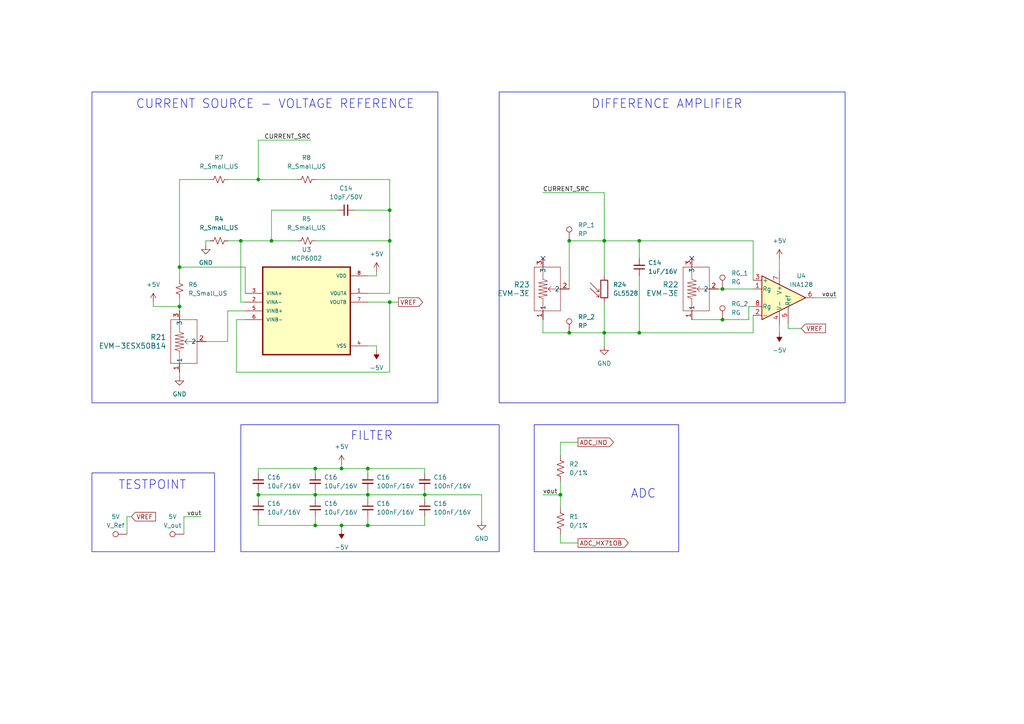
<source format=kicad_sch>
(kicad_sch (version 20230121) (generator eeschema)
  (paper "A4")
  (title_block (title "MEASURE") (date "2023-12-10"))
  (lib_symbols
    (symbol "Amplifier_Instrumentation:INA128" (pin_names (offset 0.127))
      (property "Reference" "U" (at 3.81 3.175 0))
      (property "Value" "INA128" (at 3.81 -3.175 0))
      (symbol "INA128_0_1"
        (polyline (pts (xy 7.62 0) (xy -5.08 6.35) (xy -5.08 -6.35) (xy 7.62 0)) (stroke (width 0.254)) (fill (type background)))
      )
      (symbol "INA128_1_1"
        (pin passive line (at -7.62 2.54 0) (length 2.54) (name "Rg") (number "1"))
        (pin input line (at -7.62 -5.08 0) (length 2.54) (name "-") (number "2"))
        (pin input line (at -7.62 5.08 0) (length 2.54) (name "+") (number "3"))
        (pin power_in line (at 0 -7.62 90) (length 3.81) (name "V-") (number "4"))
        (pin input line (at 2.54 -7.62 90) (length 5.08) (name "Ref") (number "5"))
        (pin output line (at 10.16 0 180) (length 2.54) (name "~") (number "6"))
        (pin power_in line (at 0 7.62 270) (length 3.81) (name "V+") (number "7"))
        (pin passive line (at -7.62 -2.54 0) (length 2.54) (name "Rg") (number "8"))
      )
    )
    (symbol "Connector:TestPoint" (pin_numbers hide) (pin_names (offset 0.762) hide)
      (property "Reference" "TP" (at 0 6.858 0))
      (property "Value" "TestPoint" (at 0 5.08 0))
      (symbol "TestPoint_0_1"
        (circle (center 0 3.302) (radius 0.762))
      )
      (symbol "TestPoint_1_1"
        (pin passive line (at 0 0 90) (length 2.54) (name "1") (number "1"))
      )
    )
    (symbol "Device:C_Small" (pin_numbers hide) (pin_names (offset 0.254) hide)
      (property "Reference" "C" (at 0.254 1.778 0))
      (property "Value" "C_Small" (at 0.254 -2.032 0))
      (symbol "C_Small_0_1"
        (polyline (pts (xy -1.524 -0.508) (xy 1.524 -0.508)) (stroke (width 0.3302)))
        (polyline (pts (xy -1.524 0.508) (xy 1.524 0.508)) (stroke (width 0.3048)))
      )
      (symbol "C_Small_1_1"
        (pin passive line (at 0 2.54 270) (length 2.032) (name "~") (number "1"))
        (pin passive line (at 0 -2.54 90) (length 2.032) (name "~") (number "2"))
      )
    )
    (symbol "Device:R_Small_US" (pin_numbers hide) (pin_names (offset 0.254) hide)
      (property "Reference" "R" (at 0.762 0.508 0))
      (property "Value" "R_Small_US" (at 0.762 -1.016 0))
      (symbol "R_Small_US_1_1"
        (polyline (pts (xy 0 0) (xy 1.016 -0.381) (xy 0 -0.762) (xy -1.016 -1.143) (xy 0 -1.524)))
        (polyline (pts (xy 0 1.524) (xy 1.016 1.143) (xy 0 0.762) (xy -1.016 0.381) (xy 0 0)))
        (pin passive line (at 0 2.54 270) (length 1.016) (name "~") (number "1"))
        (pin passive line (at 0 -2.54 90) (length 1.016) (name "~") (number "2"))
      )
    )
    (symbol "Device:R_US" (pin_numbers hide) (pin_names (offset 0))
      (property "Reference" "R" (at 2.54 0 90))
      (property "Value" "R_US" (at -2.54 0 90))
      (symbol "R_US_0_1"
        (polyline (pts (xy 0 -2.286) (xy 0 -2.54)))
        (polyline (pts (xy 0 2.286) (xy 0 2.54)))
        (polyline (pts (xy 0 -0.762) (xy 1.016 -1.143) (xy 0 -1.524) (xy -1.016 -1.905) (xy 0 -2.286)))
        (polyline (pts (xy 0 0.762) (xy 1.016 0.381) (xy 0 0) (xy -1.016 -0.381) (xy 0 -0.762)))
        (polyline (pts (xy 0 2.286) (xy 1.016 1.905) (xy 0 1.524) (xy -1.016 1.143) (xy 0 0.762)))
      )
      (symbol "R_US_1_1"
        (pin passive line (at 0 3.81 270) (length 1.27) (name "~") (number "1"))
        (pin passive line (at 0 -3.81 90) (length 1.27) (name "~") (number "2"))
      )
    )
    (symbol "EVM-3ESX50B14:EVM-3ESX50B14" (pin_names (offset 0.254))
      (property "Reference" "R" (at 20.32 10.16 0))
      (property "Value" "EVM-3ESX50B14" (at 20.32 7.62 0))
      (symbol "EVM-3ESX50B14_0_1"
        (polyline (pts (xy 13.97 -5.08) (xy 26.67 -5.08)) (stroke (width 0.127)))
        (polyline (pts (xy 13.97 0) (xy 17.526 0)) (stroke (width 0.127)))
        (polyline (pts (xy 13.97 2.54) (xy 13.97 -5.08)) (stroke (width 0.127)))
        (polyline (pts (xy 17.526 0) (xy 18.034 1.27)) (stroke (width 0.127)))
        (polyline (pts (xy 18.034 1.27) (xy 18.542 -1.27)) (stroke (width 0.127)))
        (polyline (pts (xy 18.542 -1.27) (xy 19.05 1.27)) (stroke (width 0.127)))
        (polyline (pts (xy 19.05 1.27) (xy 19.558 -1.27)) (stroke (width 0.127)))
        (polyline (pts (xy 19.558 -1.27) (xy 20.066 1.27)) (stroke (width 0.127)))
        (polyline (pts (xy 20.066 1.27) (xy 20.574 -1.27)) (stroke (width 0.127)))
        (polyline (pts (xy 20.32 -1.524) (xy 19.558 -2.286)) (stroke (width 0.127)))
        (polyline (pts (xy 20.32 -1.524) (xy 20.32 -5.08)) (stroke (width 0.127)))
        (polyline (pts (xy 20.32 -1.524) (xy 21.082 -2.286)) (stroke (width 0.127)))
        (polyline (pts (xy 20.574 -1.27) (xy 21.082 1.27)) (stroke (width 0.127)))
        (polyline (pts (xy 21.082 1.27) (xy 21.59 -1.27)) (stroke (width 0.127)))
        (polyline (pts (xy 21.59 -1.27) (xy 22.098 1.27)) (stroke (width 0.127)))
        (polyline (pts (xy 22.098 1.27) (xy 22.606 -1.27)) (stroke (width 0.127)))
        (polyline (pts (xy 22.606 -1.27) (xy 23.114 0)) (stroke (width 0.127)))
        (polyline (pts (xy 23.114 0) (xy 26.67 0)) (stroke (width 0.127)))
        (polyline (pts (xy 26.67 -5.08) (xy 26.67 2.54)) (stroke (width 0.127)))
        (polyline (pts (xy 26.67 2.54) (xy 13.97 2.54)) (stroke (width 0.127)))
      )
      (symbol "EVM-3ESX50B14_1_1"
        (pin unspecified line (at 11.43 0 0) (length 2.54) (name "1") (number "1"))
        (pin unspecified line (at 20.32 -7.62 90) (length 2.54) (name "2") (number "2"))
        (pin unspecified line (at 29.21 0 180) (length 2.54) (name "3") (number "3"))
      )
    )
    (symbol "EVM-3ESX50B14_1" (pin_names (offset 0.254))
      (property "Reference" "R21" (at 21.59 3.81 90))
      (property "Value" "EVM-3ESX50B14" (at 19.05 3.81 90))
      (symbol "EVM-3ESX50B14_1_0_1"
        (polyline (pts (xy 13.97 -5.08) (xy 26.67 -5.08)) (stroke (width 0.127)))
        (polyline (pts (xy 13.97 0) (xy 17.526 0)) (stroke (width 0.127)))
        (polyline (pts (xy 13.97 2.54) (xy 13.97 -5.08)) (stroke (width 0.127)))
        (polyline (pts (xy 17.526 0) (xy 18.034 1.27)) (stroke (width 0.127)))
        (polyline (pts (xy 18.034 1.27) (xy 18.542 -1.27)) (stroke (width 0.127)))
        (polyline (pts (xy 18.542 -1.27) (xy 19.05 1.27)) (stroke (width 0.127)))
        (polyline (pts (xy 19.05 1.27) (xy 19.558 -1.27)) (stroke (width 0.127)))
        (polyline (pts (xy 19.558 -1.27) (xy 20.066 1.27)) (stroke (width 0.127)))
        (polyline (pts (xy 20.066 1.27) (xy 20.574 -1.27)) (stroke (width 0.127)))
        (polyline (pts (xy 20.32 -1.524) (xy 19.558 -2.286)) (stroke (width 0.127)))
        (polyline (pts (xy 20.32 -1.524) (xy 20.32 -5.08)) (stroke (width 0.127)))
        (polyline (pts (xy 20.32 -1.524) (xy 21.082 -2.286)) (stroke (width 0.127)))
        (polyline (pts (xy 20.574 -1.27) (xy 21.082 1.27)) (stroke (width 0.127)))
        (polyline (pts (xy 21.082 1.27) (xy 21.59 -1.27)) (stroke (width 0.127)))
        (polyline (pts (xy 21.59 -1.27) (xy 22.098 1.27)) (stroke (width 0.127)))
        (polyline (pts (xy 22.098 1.27) (xy 22.606 -1.27)) (stroke (width 0.127)))
        (polyline (pts (xy 22.606 -1.27) (xy 23.114 0)) (stroke (width 0.127)))
        (polyline (pts (xy 23.114 0) (xy 26.67 0)) (stroke (width 0.127)))
        (polyline (pts (xy 26.67 -5.08) (xy 26.67 2.54)) (stroke (width 0.127)))
        (polyline (pts (xy 26.67 2.54) (xy 13.97 2.54)) (stroke (width 0.127)))
      )
      (symbol "EVM-3ESX50B14_1_1_1"
        (pin unspecified line (at 11.43 0 0) (length 2.54) (name "1") (number "1"))
        (pin unspecified line (at 20.32 -7.62 90) (length 2.54) (name "2") (number "2"))
        (pin unspecified line (at 29.21 0 180) (length 2.54) (name "3") (number "3"))
      )
    )
    (symbol "MCP6002:MCP6002" (pin_names (offset 1.016))
      (property "Reference" "U" (at -12.7 13.7 0))
      (property "Value" "MCP6002" (at -12.7 -16.7 0))
      (symbol "MCP6002_0_0"
        (rectangle (start -12.7 -12.7) (end 12.7 12.7) (stroke (width 0.41)) (fill (type background)))
        (pin output line (at 17.78 5.08 180) (length 5.08) (name "VOUTA") (number "1"))
        (pin input line (at -17.78 2.54 0) (length 5.08) (name "VINA-") (number "2"))
        (pin input line (at -17.78 5.08 0) (length 5.08) (name "VINA+") (number "3"))
        (pin power_in line (at 17.78 -10.16 180) (length 5.08) (name "VSS") (number "4"))
        (pin input line (at -17.78 0 0) (length 5.08) (name "VINB+") (number "5"))
        (pin input line (at -17.78 -2.54 0) (length 5.08) (name "VINB-") (number "6"))
        (pin output line (at 17.78 2.54 180) (length 5.08) (name "VOUTB") (number "7"))
        (pin power_in line (at 17.78 10.16 180) (length 5.08) (name "VDD") (number "8"))
      )
    )
    (symbol "Sensor_Optical:A9013" (pin_numbers hide) (pin_names (offset 0))
      (property "Reference" "R" (at -5.08 0 90))
      (property "Value" "A9013" (at 1.905 0 90))
      (symbol "A9013_0_1"
        (rectangle (start -1.016 2.54) (end 1.016 -2.54) (stroke (width 0.254)))
        (polyline (pts (xy -1.524 -2.286) (xy -4.064 0.254)))
        (polyline (pts (xy -1.524 -2.286) (xy -2.286 -2.286)))
        (polyline (pts (xy -1.524 -2.286) (xy -1.524 -1.524)))
        (polyline (pts (xy -1.524 -0.762) (xy -4.064 1.778)))
        (polyline (pts (xy -1.524 -0.762) (xy -2.286 -0.762)))
        (polyline (pts (xy -1.524 -0.762) (xy -1.524 0)))
      )
      (symbol "A9013_1_1"
        (pin passive line (at 0 3.81 270) (length 1.27) (name "~") (number "1"))
        (pin passive line (at 0 -3.81 90) (length 1.27) (name "~") (number "2"))
      )
    )
    (symbol "power:+5V" (power) (pin_names (offset 0))
      (property "Value" "+5V" (at 0 3.556 0))
      (symbol "+5V_0_1"
        (polyline (pts (xy -0.762 1.27) (xy 0 2.54)))
        (polyline (pts (xy 0 0) (xy 0 2.54)))
        (polyline (pts (xy 0 2.54) (xy 0.762 1.27)))
      )
      (symbol "+5V_1_1"
        (pin power_in line (at 0 0 90) (length 0) hide (name "+5V") (number "1"))
      )
    )
    (symbol "power:-5V" (power) (pin_names (offset 0))
      (property "Value" "-5V" (at 0 3.81 0))
      (symbol "-5V_0_0"
        (pin power_in line (at 0 0 90) (length 0) hide (name "-5V") (number "1"))
      )
      (symbol "-5V_0_1"
        (polyline (pts (xy 0 0) (xy 0 1.27) (xy 0.762 1.27) (xy 0 2.54) (xy -0.762 1.27) (xy 0 1.27)) (fill (type outline)))
      )
    )
    (symbol "power:GND" (power) (pin_names (offset 0))
      (property "Value" "GND" (at 0 -3.81 0))
      (symbol "GND_0_1"
        (polyline (pts (xy 0 0) (xy 0 -1.27) (xy 1.27 -1.27) (xy 0 -2.54) (xy -1.27 -1.27) (xy 0 -1.27)))
      )
      (symbol "GND_1_1"
        (pin power_in line (at 0 0 270) (length 0) hide (name "GND") (number "1"))
      )
    )
  )
  (junction (at 99.06 152.4))
  (junction (at 78.74 69.85))
  (junction (at 175.26 96.52))
  (junction (at 185.42 69.85))
  (junction (at 52.07 77.47))
  (junction (at 113.03 69.85))
  (junction (at 209.55 92.71))
  (junction (at 113.03 87.63))
  (junction (at 91.44 143.51))
  (junction (at 165.1 69.85))
  (junction (at 74.93 52.07))
  (junction (at 91.44 152.4))
  (junction (at 113.03 60.96))
  (junction (at 106.68 152.4))
  (junction (at 123.19 143.51))
  (junction (at 185.42 96.52))
  (junction (at 165.1 96.52))
  (junction (at 106.68 135.89))
  (junction (at 209.55 83.82))
  (junction (at 162.56 143.51))
  (junction (at 69.85 69.85))
  (junction (at 52.07 88.9))
  (junction (at 99.06 135.89))
  (junction (at 91.44 135.89))
  (junction (at 106.68 143.51))
  (junction (at 175.26 69.85))
  (junction (at 74.93 143.51))
  (no_connect (at 157.48 74.93))
  (no_connect (at 200.66 74.93))
  (wire (pts (xy 139.7 143.51) (xy 123.19 143.51)))
  (wire (pts (xy 91.44 135.89) (xy 91.44 137.16)))
  (wire (pts (xy 175.26 96.52) (xy 175.26 100.33)))
  (wire (pts (xy 113.03 60.96) (xy 113.03 69.85)))
  (wire (pts (xy 226.06 74.93) (xy 226.06 78.74)))
  (wire (pts (xy 69.85 69.85) (xy 78.74 69.85)))
  (wire (pts (xy 78.74 69.85) (xy 86.36 69.85)))
  (wire (pts (xy 200.66 92.71) (xy 209.55 92.71)))
  (wire (pts (xy 167.64 128.27) (xy 162.56 128.27)))
  (wire (pts (xy 59.69 99.06) (xy 66.04 99.06)))
  (wire (pts (xy 175.26 87.63) (xy 175.26 96.52)))
  (wire (pts (xy 74.93 143.51) (xy 74.93 144.78)))
  (wire (pts (xy 162.56 157.48) (xy 162.56 154.94)))
  (wire (pts (xy 74.93 40.64) (xy 74.93 52.07)))
  (wire (pts (xy 74.93 137.16) (xy 74.93 135.89)))
  (wire (pts (xy 109.22 78.74) (xy 109.22 80.01)))
  (wire (pts (xy 52.07 86.36) (xy 52.07 88.9)))
  (wire (pts (xy 157.48 96.52) (xy 165.1 96.52)))
  (wire (pts (xy 53.34 149.86) (xy 53.34 154.94)))
  (wire (pts (xy 113.03 52.07) (xy 113.03 60.96)))
  (wire (pts (xy 165.1 96.52) (xy 175.26 96.52)))
  (wire (pts (xy 69.85 69.85) (xy 69.85 87.63)))
  (wire (pts (xy 53.34 149.86) (xy 58.42 149.86)))
  (wire (pts (xy 242.57 86.36) (xy 236.22 86.36)))
  (wire (pts (xy 66.04 99.06) (xy 66.04 90.17)))
  (wire (pts (xy 218.44 96.52) (xy 218.44 91.44)))
  (wire (pts (xy 91.44 143.51) (xy 91.44 144.78)))
  (wire (pts (xy 185.42 96.52) (xy 218.44 96.52)))
  (wire (pts (xy 162.56 143.51) (xy 162.56 147.32)))
  (wire (pts (xy 66.04 90.17) (xy 71.12 90.17)))
  (wire (pts (xy 78.74 60.96) (xy 78.74 69.85)))
  (wire (pts (xy 226.06 93.98) (xy 226.06 96.52)))
  (wire (pts (xy 106.68 135.89) (xy 123.19 135.89)))
  (wire (pts (xy 52.07 107.95) (xy 52.07 109.22)))
  (wire (pts (xy 175.26 55.88) (xy 175.26 69.85)))
  (wire (pts (xy 91.44 142.24) (xy 91.44 143.51)))
  (wire (pts (xy 218.44 88.9) (xy 217.17 88.9)))
  (wire (pts (xy 175.26 69.85) (xy 185.42 69.85)))
  (wire (pts (xy 157.48 143.51) (xy 162.56 143.51)))
  (wire (pts (xy 74.93 152.4) (xy 91.44 152.4)))
  (wire (pts (xy 99.06 134.62) (xy 99.06 135.89)))
  (wire (pts (xy 157.48 55.88) (xy 175.26 55.88)))
  (wire (pts (xy 185.42 69.85) (xy 185.42 74.93)))
  (wire (pts (xy 106.68 143.51) (xy 106.68 144.78)))
  (wire (pts (xy 44.45 87.63) (xy 44.45 88.9)))
  (wire (pts (xy 109.22 100.33) (xy 106.68 100.33)))
  (wire (pts (xy 139.7 151.13) (xy 139.7 143.51)))
  (wire (pts (xy 106.68 152.4) (xy 123.19 152.4)))
  (wire (pts (xy 217.17 92.71) (xy 209.55 92.71)))
  (wire (pts (xy 165.1 69.85) (xy 165.1 83.82)))
  (wire (pts (xy 74.93 143.51) (xy 91.44 143.51)))
  (wire (pts (xy 71.12 87.63) (xy 69.85 87.63)))
  (wire (pts (xy 66.04 69.85) (xy 69.85 69.85)))
  (wire (pts (xy 52.07 88.9) (xy 52.07 90.17)))
  (wire (pts (xy 185.42 80.01) (xy 185.42 96.52)))
  (wire (pts (xy 217.17 88.9) (xy 217.17 92.71)))
  (wire (pts (xy 71.12 77.47) (xy 71.12 85.09)))
  (wire (pts (xy 113.03 69.85) (xy 113.03 85.09)))
  (wire (pts (xy 113.03 85.09) (xy 106.68 85.09)))
  (wire (pts (xy 109.22 80.01) (xy 106.68 80.01)))
  (wire (pts (xy 162.56 128.27) (xy 162.56 132.08)))
  (wire (pts (xy 36.83 149.86) (xy 36.83 154.94)))
  (wire (pts (xy 109.22 101.6) (xy 109.22 100.33)))
  (wire (pts (xy 74.93 135.89) (xy 91.44 135.89)))
  (wire (pts (xy 91.44 135.89) (xy 99.06 135.89)))
  (wire (pts (xy 228.6 95.25) (xy 232.41 95.25)))
  (wire (pts (xy 68.58 92.71) (xy 68.58 107.95)))
  (wire (pts (xy 74.93 52.07) (xy 86.36 52.07)))
  (wire (pts (xy 52.07 77.47) (xy 52.07 52.07)))
  (wire (pts (xy 113.03 107.95) (xy 113.03 87.63)))
  (wire (pts (xy 99.06 152.4) (xy 99.06 153.67)))
  (wire (pts (xy 218.44 69.85) (xy 218.44 81.28)))
  (wire (pts (xy 113.03 87.63) (xy 115.57 87.63)))
  (wire (pts (xy 106.68 87.63) (xy 113.03 87.63)))
  (wire (pts (xy 175.26 96.52) (xy 185.42 96.52)))
  (wire (pts (xy 102.87 60.96) (xy 113.03 60.96)))
  (wire (pts (xy 175.26 69.85) (xy 175.26 80.01)))
  (wire (pts (xy 59.69 69.85) (xy 60.96 69.85)))
  (wire (pts (xy 99.06 135.89) (xy 106.68 135.89)))
  (wire (pts (xy 91.44 69.85) (xy 113.03 69.85)))
  (wire (pts (xy 209.55 83.82) (xy 218.44 83.82)))
  (wire (pts (xy 123.19 135.89) (xy 123.19 137.16)))
  (wire (pts (xy 106.68 143.51) (xy 123.19 143.51)))
  (wire (pts (xy 91.44 149.86) (xy 91.44 152.4)))
  (wire (pts (xy 36.83 149.86) (xy 38.1 149.86)))
  (wire (pts (xy 157.48 92.71) (xy 157.48 96.52)))
  (wire (pts (xy 74.93 149.86) (xy 74.93 152.4)))
  (wire (pts (xy 167.64 157.48) (xy 162.56 157.48)))
  (wire (pts (xy 99.06 152.4) (xy 106.68 152.4)))
  (wire (pts (xy 59.69 69.85) (xy 59.69 71.12)))
  (wire (pts (xy 97.79 60.96) (xy 78.74 60.96)))
  (wire (pts (xy 91.44 52.07) (xy 113.03 52.07)))
  (wire (pts (xy 91.44 143.51) (xy 106.68 143.51)))
  (wire (pts (xy 52.07 77.47) (xy 71.12 77.47)))
  (wire (pts (xy 74.93 142.24) (xy 74.93 143.51)))
  (wire (pts (xy 52.07 77.47) (xy 52.07 81.28)))
  (wire (pts (xy 162.56 139.7) (xy 162.56 143.51)))
  (wire (pts (xy 71.12 92.71) (xy 68.58 92.71)))
  (wire (pts (xy 44.45 88.9) (xy 52.07 88.9)))
  (wire (pts (xy 208.28 83.82) (xy 209.55 83.82)))
  (wire (pts (xy 123.19 143.51) (xy 123.19 144.78)))
  (wire (pts (xy 106.68 149.86) (xy 106.68 152.4)))
  (wire (pts (xy 66.04 52.07) (xy 74.93 52.07)))
  (wire (pts (xy 52.07 52.07) (xy 60.96 52.07)))
  (wire (pts (xy 123.19 142.24) (xy 123.19 143.51)))
  (wire (pts (xy 123.19 152.4) (xy 123.19 149.86)))
  (wire (pts (xy 74.93 40.64) (xy 90.17 40.64)))
  (wire (pts (xy 106.68 135.89) (xy 106.68 137.16)))
  (wire (pts (xy 228.6 95.25) (xy 228.6 93.98)))
  (wire (pts (xy 106.68 142.24) (xy 106.68 143.51)))
  (wire (pts (xy 68.58 107.95) (xy 113.03 107.95)))
  (wire (pts (xy 165.1 69.85) (xy 175.26 69.85)))
  (wire (pts (xy 91.44 152.4) (xy 99.06 152.4)))
  (wire (pts (xy 185.42 69.85) (xy 218.44 69.85)))
  (rectangle (start 69.85 123.19) (end 144.78 160.02))
  (rectangle (start 154.94 123.19) (end 196.85 160.02))
  (rectangle (start 26.67 137.16) (end 62.23 160.02))
  (rectangle (start 144.78 26.67) (end 245.11 116.84))
  (rectangle (start 26.67 26.67) (end 127 116.84))
  (text "ADC" (at 182.88 144.78 0) (effects (font (size 2.54 2.54)) (justify left bottom)))
  (text "FILTER\n\n" (at 101.6 132.08 0) (effects (font (size 2.54 2.54)) (justify left bottom)))
  (text "DIFFERENCE AMPLIFIER" (at 171.45 31.75 0) (effects (font (size 2.54 2.54)) (justify left bottom)))
  (text "TESTPOINT" (at 34.29 142.24 0) (effects (font (size 2.54 2.54)) (justify left bottom)))
  (text "CURRENT SOURCE - VOLTAGE REFERENCE" (at 39.37 31.75 0) (effects (font (size 2.54 2.54)) (justify left bottom)))
  (label "vout" (at 242.57 86.36 180))
  (label "vout" (at 58.42 149.86 180))
  (label "CURRENT_SRC" (at 157.48 55.88 0))
  (label "vout" (at 157.48 143.51 0))
  (label "CURRENT_SRC" (at 90.17 40.64 180))
  (global_label "ADC_INO" (shape output) (at 167.64 128.27 0) (property "Intersheetrefs" "${INTERSHEET_REFS}" (effects hide)))
  (global_label "VREF" (shape output) (at 115.57 87.63 0) (property "Intersheetrefs" "${INTERSHEET_REFS}" (effects hide)))
  (global_label "ADC_HX71OB" (shape output) (at 167.64 157.48 0) (property "Intersheetrefs" "${INTERSHEET_REFS}" (effects hide)))
  (global_label "VREF" (shape input) (at 232.41 95.25 0) (property "Intersheetrefs" "${INTERSHEET_REFS}" (effects hide)))
  (global_label "VREF" (shape input) (at 38.1 149.86 0) (property "Intersheetrefs" "${INTERSHEET_REFS}" (effects hide)))
  (symbol (lib_id "Device:R_Small_US") (at 52.07 83.82 0) (unit 1)
    (property "Reference" "R6" (at 54.61 82.55 0) (effects (justify left)))
    (property "Value" "R_Small_US" (at 54.61 85.09 0) (effects (justify left)))
    (property "Footprint" "Resistor_SMD:R_0603_1608Metric_Pad0.98x0.95mm_HandSolder" (effects hide))
  )
  (symbol (lib_id "Device:C_Small") (at 74.93 139.7 0) (unit 1)
    (property "Reference" "C16" (at 77.47 138.4363 0) (effects (justify left)))
    (property "Value" "10uF/16V" (at 77.47 140.9763 0) (effects (justify left)))
    (property "Footprint" "Capacitor_SMD:C_0603_1608Metric_Pad1.08x0.95mm_HandSolder" (effects hide))
    (property "URL" "https://www.thegioiic.com/tu-gom-0603-10uf-16v" (effects hide))
    (instances (project "Brightness_Meter" (path "" (reference "C16") (unit 1)) (path "" (reference "C24") (unit 1)) (path "" (reference "C3") (unit 1))))
  )
  (symbol (lib_id "power:-5V") (at 99.06 153.67 180) (unit 1)
    (property "Reference" "#PWR053" (effects hide))
    (property "Value" "-5V" (at 99.06 158.75 0))
  )
  (symbol (lib_id "power:GND") (at 52.07 109.22 0) (unit 1)
    (property "Reference" "#PWR014" (effects hide))
    (property "Value" "GND" (at 52.07 114.3 0))
  )
  (symbol (lib_id "power:GND") (at 139.7 151.13 0) (unit 1)
    (property "Reference" "#PWR051" (effects hide))
    (property "Value" "GND" (at 139.7 156.21 0))
  )
  (symbol (lib_id "Device:C_Small") (at 74.93 147.32 0) (unit 1)
    (property "Reference" "C16" (at 77.47 146.0563 0) (effects (justify left)))
    (property "Value" "10uF/16V" (at 77.47 148.5963 0) (effects (justify left)))
    (property "Footprint" "Capacitor_SMD:C_0603_1608Metric_Pad1.08x0.95mm_HandSolder" (effects hide))
    (property "URL" "https://www.thegioiic.com/tu-gom-0603-10uf-16v" (effects hide))
    (instances (project "Brightness_Meter" (path "" (reference "C16") (unit 1)) (path "" (reference "C24") (unit 1)) (path "" (reference "C32") (unit 1))))
  )
  (symbol (lib_id "Device:C_Small") (at 100.33 60.96 90) (unit 1)
    (property "Reference" "C14" (at 100.3363 54.61 90))
    (property "Value" "10pF/50V" (at 100.3363 57.15 90))
    (property "Footprint" "Capacitor_SMD:C_0603_1608Metric_Pad1.08x0.95mm_HandSolder" (effects hide))
    (property "URL" "https://www.thegioiic.com/tu-gom-0603-10pf-50v" (effects hide))
    (instances (project "Brightness_Meter" (path "" (reference "C14") (unit 1)) (path "" (reference "C38") (unit 1))))
  )
  (symbol (lib_id "power:GND") (at 175.26 100.33 0) (unit 1)
    (property "Reference" "#PWR054" (effects hide))
    (property "Value" "GND" (at 175.26 105.41 0))
  )
  (symbol (lib_id "Device:C_Small") (at 91.44 139.7 0) (unit 1)
    (property "Reference" "C16" (at 93.98 138.4363 0) (effects (justify left)))
    (property "Value" "10uF/16V" (at 93.98 140.9763 0) (effects (justify left)))
    (property "Footprint" "Capacitor_SMD:C_0603_1608Metric_Pad1.08x0.95mm_HandSolder" (effects hide))
    (property "URL" "https://www.thegioiic.com/tu-gom-0603-10uf-16v" (effects hide))
    (instances (project "Brightness_Meter" (path "" (reference "C16") (unit 1)) (path "" (reference "C24") (unit 1)) (path "" (reference "C31") (unit 1))))
  )
  (symbol (lib_id "Device:C_Small") (at 106.68 147.32 0) (unit 1)
    (property "Reference" "C16" (at 109.22 146.0563 0) (effects (justify left)))
    (property "Value" "100nF/16V" (at 109.22 148.5963 0) (effects (justify left)))
    (property "Footprint" "Capacitor_SMD:C_0603_1608Metric_Pad1.08x0.95mm_HandSolder" (effects hide))
    (property "URL" "https://www.thegioiic.com/tu-gom-0603-100nf-0-1uf-16v" (effects hide))
    (instances (project "Brightness_Meter" (path "" (reference "C16") (unit 1)) (path "" (reference "C19") (unit 1)) (path "" (reference "C36") (unit 1))))
  )
  (symbol (lib_id "Connector:TestPoint") (at 36.83 154.94 90) (unit 1)
    (property "Reference" "5V" (at 33.528 149.86 90))
    (property "Value" "V_Ref" (at 33.528 152.4 90))
    (property "Footprint" "TestPoint:TestPoint_Pad_D1.5mm" (effects hide))
    (instances (project "Brightness_Meter" (path "" (reference "5V") (unit 1)) (path "" (reference "V_Ref_T1") (unit 1))))
  )
  (symbol (lib_id "power:+5V") (at 99.06 134.62 0) (unit 1)
    (property "Reference" "#PWR052" (effects hide))
    (property "Value" "+5V" (at 99.06 129.54 0))
  )
  (symbol (lib_id "Device:R_Small_US") (at 63.5 69.85 270) (unit 1)
    (property "Reference" "R4" (at 63.5 63.5 90))
    (property "Value" "R_Small_US" (at 63.5 66.04 90))
    (property "Footprint" "Resistor_SMD:R_0603_1608Metric_Pad0.98x0.95mm_HandSolder" (effects hide))
  )
  (symbol (lib_id "Connector:TestPoint") (at 165.1 96.52 0) (unit 1)
    (property "Reference" "RP_2" (at 167.64 91.948 0) (effects (justify left)))
    (property "Value" "RP" (at 167.64 94.488 0) (effects (justify left)))
    (property "Footprint" "TestPoint:TestPoint_Pad_D1.5mm" (effects hide))
  )
  (symbol (lib_id "MCP6002:MCP6002") (at 88.9 90.17 0) (unit 1)
    (property "Reference" "U3" (at 88.9 72.39 0))
    (property "Value" "MCP6002" (at 88.9 74.93 0))
    (property "Footprint" "MCP6002:SOIC127P599X173-8N" (effects hide))
    (property "URL" "https://www.thegioiic.com/mcp6002-i-sn-ic-opamp-general-purpose-amplifier-2-circuit-1mhz-8-soic" (effects hide))
    (property "Description" "IC OPAMP General Purpose Amplifier 2 Circuit 1MHz, Supply power: 1.8~6V" (effects hide))
  )
  (symbol (lib_id "power:+5V") (at 44.45 87.63 0) (unit 1)
    (property "Reference" "#PWR013" (effects hide))
    (property "Value" "+5V" (at 44.45 82.55 0))
  )
  (symbol (lib_id "Device:R_Small_US") (at 63.5 52.07 270) (unit 1)
    (property "Reference" "R7" (at 63.5 45.72 90))
    (property "Value" "R_Small_US" (at 63.5 48.26 90))
    (property "Footprint" "Resistor_SMD:R_0603_1608Metric_Pad0.98x0.95mm_HandSolder" (effects hide))
  )
  (symbol (lib_id "power:-5V") (at 226.06 96.52 180) (unit 1)
    (property "Reference" "#PWR016" (effects hide))
    (property "Value" "-5V" (at 226.06 101.6 0))
  )
  (symbol (lib_id "Device:C_Small") (at 123.19 139.7 0) (unit 1)
    (property "Reference" "C16" (at 125.73 138.4363 0) (effects (justify left)))
    (property "Value" "100nF/16V" (at 125.73 140.9763 0) (effects (justify left)))
    (property "Footprint" "Capacitor_SMD:C_0603_1608Metric_Pad1.08x0.95mm_HandSolder" (effects hide))
    (property "URL" "https://www.thegioiic.com/tu-gom-0603-100nf-0-1uf-16v" (effects hide))
    (instances (project "Brightness_Meter" (path "" (reference "C16") (unit 1)) (path "" (reference "C19") (unit 1)) (path "" (reference "C35") (unit 1))))
  )
  (symbol (lib_id "Connector:TestPoint") (at 165.1 69.85 0) (unit 1)
    (property "Reference" "RP_1" (at 167.64 65.278 0) (effects (justify left)))
    (property "Value" "RP" (at 167.64 67.818 0) (effects (justify left)))
    (property "Footprint" "TestPoint:TestPoint_Pad_D1.5mm" (effects hide))
  )
  (symbol (lib_id "Device:R_Small_US") (at 88.9 52.07 270) (unit 1)
    (property "Reference" "R8" (at 88.9 45.72 90))
    (property "Value" "R_Small_US" (at 88.9 48.26 90))
    (property "Footprint" "Resistor_SMD:R_0603_1608Metric_Pad0.98x0.95mm_HandSolder" (effects hide))
  )
  (symbol (lib_id "Connector:TestPoint") (at 209.55 83.82 0) (unit 1)
    (property "Reference" "RG_1" (at 212.09 79.248 0) (effects (justify left)))
    (property "Value" "RG" (at 212.09 81.788 0) (effects (justify left)))
    (property "Footprint" "TestPoint:TestPoint_Pad_D1.5mm" (effects hide))
  )
  (symbol (lib_id "Device:C_Small") (at 91.44 147.32 0) (unit 1)
    (property "Reference" "C16" (at 93.98 146.0563 0) (effects (justify left)))
    (property "Value" "10uF/16V" (at 93.98 148.5963 0) (effects (justify left)))
    (property "Footprint" "Capacitor_SMD:C_0603_1608Metric_Pad1.08x0.95mm_HandSolder" (effects hide))
    (property "URL" "https://www.thegioiic.com/tu-gom-0603-10uf-16v" (effects hide))
    (instances (project "Brightness_Meter" (path "" (reference "C16") (unit 1)) (path "" (reference "C24") (unit 1)) (path "" (reference "C33") (unit 1))))
  )
  (symbol (lib_id "power:GND") (at 59.69 71.12 0) (unit 1)
    (property "Reference" "#PWR012" (effects hide))
    (property "Value" "GND" (at 59.69 76.2 0))
  )
  (symbol (lib_id "Connector:TestPoint") (at 209.55 92.71 0) (unit 1)
    (property "Reference" "RG_2" (at 212.09 88.138 0) (effects (justify left)))
    (property "Value" "RG" (at 212.09 90.678 0) (effects (justify left)))
    (property "Footprint" "TestPoint:TestPoint_Pad_D1.5mm" (effects hide))
  )
  (symbol (lib_id "power:+5V") (at 109.22 78.74 0) (unit 1)
    (property "Reference" "#PWR011" (effects hide))
    (property "Value" "+5V" (at 109.22 73.66 0))
  )
  (symbol (lib_id "Device:R_US") (at 162.56 151.13 0) (unit 1)
    (property "Reference" "R1" (at 165.1 149.86 0) (effects (justify left)))
    (property "Value" "0/1%" (at 165.1 152.4 0) (effects (justify left)))
    (property "Footprint" "Resistor_SMD:R_0603_1608Metric_Pad0.98x0.95mm_HandSolder" (effects hide))
    (property "URL" "https://www.thegioiic.com/dien-tro-0-ohm-0603-1-" (effects hide))
    (instances (project "Brightness_Meter" (path "" (reference "R1") (unit 1)) (path "" (reference "R26") (unit 1))))
  )
  (symbol (lib_id "Device:R_US") (at 162.56 135.89 0) (unit 1)
    (property "Reference" "R2" (at 165.1 134.62 0) (effects (justify left)))
    (property "Value" "0/1%" (at 165.1 137.16 0) (effects (justify left)))
    (property "Footprint" "Resistor_SMD:R_0603_1608Metric_Pad0.98x0.95mm_HandSolder" (effects hide))
    (property "URL" "https://www.thegioiic.com/dien-tro-0-ohm-0603-1-" (effects hide))
    (instances (project "Brightness_Meter" (path "" (reference "R2") (unit 1)) (path "" (reference "R25") (unit 1))))
  )
  (symbol (lib_id "Device:C_Small") (at 185.42 77.47 180) (unit 1)
    (property "Reference" "C14" (at 187.96 76.1936 0) (effects (justify right)))
    (property "Value" "1uF/16V" (at 187.96 78.7336 0) (effects (justify right)))
    (property "Footprint" "Capacitor_SMD:C_0603_1608Metric_Pad1.08x0.95mm_HandSolder" (effects hide))
    (property "URL" "https://www.thegioiic.com/tu-gom-0603-1uf-16v" (effects hide))
    (instances (project "Brightness_Meter" (path "" (reference "C14") (unit 1)) (path "" (reference "C39") (unit 1))))
  )
  (symbol (lib_id "EVM-3ESX50B14:EVM-3ESX50B14") (at 200.66 104.14 90) (unit 1)
    (property "Reference" "R22" (at 196.85 82.55 90) (effects (font (size 1.524 1.524)) (justify left)))
    (property "Value" "EVM-3E" (at 196.85 85.09 90) (effects (font (size 1.524 1.524)) (justify left)))
    (property "Footprint" "ul_EVM-3ESX50B14:EVM-3ESX50B14_PAN" (effects hide))
    (property "Datasheet" "EVM-3ESX50B14" (effects hide))
  )
  (symbol (lib_id "Amplifier_Instrumentation:INA128") (at 226.06 86.36 0) (unit 1)
    (property "Reference" "U4" (at 232.41 80.01 0))
    (property "Value" "INA128" (at 232.41 82.55 0))
    (property "Footprint" "INA128UA:SOIC127P599X175-8N" (effects hide))
    (property "Datasheet" "http://www.ti.com/lit/ds/symlink/ina128.pdf" (effects hide))
    (property "URL" "https://tme.vn/Product.aspx?id=1612#page=pro_info" (effects hide))
  )
  (symbol (lib_id "Device:R_Small_US") (at 88.9 69.85 270) (unit 1)
    (property "Reference" "R5" (at 88.9 63.5 90))
    (property "Value" "R_Small_US" (at 88.9 66.04 90))
    (property "Footprint" "Resistor_SMD:R_0603_1608Metric_Pad0.98x0.95mm_HandSolder" (effects hide))
  )
  (symbol (lib_name "EVM-3ESX50B14_1") (lib_id "EVM-3ESX50B14:EVM-3ESX50B14") (at 52.07 119.38 90) (unit 1)
    (property "Reference" "R21" (at 48.26 97.79 90) (effects (font (size 1.524 1.524)) (justify left)))
    (property "Value" "EVM-3ESX50B14" (at 48.26 100.33 90) (effects (font (size 1.524 1.524)) (justify left)))
    (property "Footprint" "ul_EVM-3ESX50B14:EVM-3ESX50B14_PAN" (effects hide))
    (property "Datasheet" "EVM-3ESX50B14" (effects hide))
  )
  (symbol (lib_id "power:-5V") (at 109.22 101.6 180) (unit 1)
    (property "Reference" "#PWR010" (effects hide))
    (property "Value" "-5V" (at 109.22 106.68 0))
  )
  (symbol (lib_id "Device:C_Small") (at 123.19 147.32 0) (unit 1)
    (property "Reference" "C16" (at 125.73 146.0563 0) (effects (justify left)))
    (property "Value" "100nF/16V" (at 125.73 148.5963 0) (effects (justify left)))
    (property "Footprint" "Capacitor_SMD:C_0603_1608Metric_Pad1.08x0.95mm_HandSolder" (effects hide))
    (property "URL" "https://www.thegioiic.com/tu-gom-0603-100nf-0-1uf-16v" (effects hide))
    (instances (project "Brightness_Meter" (path "" (reference "C16") (unit 1)) (path "" (reference "C19") (unit 1)) (path "" (reference "C37") (unit 1))))
  )
  (symbol (lib_id "Device:C_Small") (at 106.68 139.7 0) (unit 1)
    (property "Reference" "C16" (at 109.22 138.4363 0) (effects (justify left)))
    (property "Value" "100nF/16V" (at 109.22 140.9763 0) (effects (justify left)))
    (property "Footprint" "Capacitor_SMD:C_0603_1608Metric_Pad1.08x0.95mm_HandSolder" (effects hide))
    (property "URL" "https://www.thegioiic.com/tu-gom-0603-100nf-0-1uf-16v" (effects hide))
    (instances (project "Brightness_Meter" (path "" (reference "C16") (unit 1)) (path "" (reference "C19") (unit 1)) (path "" (reference "C34") (unit 1))))
  )
  (symbol (lib_id "power:+5V") (at 226.06 74.93 0) (unit 1)
    (property "Reference" "#PWR015" (effects hide))
    (property "Value" "+5V" (at 226.06 69.85 0))
  )
  (symbol (lib_id "EVM-3ESX50B14:EVM-3ESX50B14") (at 157.48 104.14 90) (unit 1)
    (property "Reference" "R23" (at 153.67 82.55 90) (effects (font (size 1.524 1.524)) (justify left)))
    (property "Value" "EVM-3E" (at 153.67 85.09 90) (effects (font (size 1.524 1.524)) (justify left)))
    (property "Footprint" "ul_EVM-3ESX50B14:EVM-3ESX50B14_PAN" (effects hide))
    (property "Datasheet" "EVM-3ESX50B14" (effects hide))
  )
  (symbol (lib_id "Sensor_Optical:A9013") (at 175.26 83.82 0) (unit 1)
    (property "Reference" "R24" (at 177.8 82.55 0) (effects (justify left)))
    (property "Value" "GL5528" (at 177.8 85.09 0) (effects (justify left)))
    (property "Footprint" "OptoDevice:R_LDR_5.0x4.1mm_P3mm_Vertical" (effects hide))
    (property "Datasheet" "https://docs.google.com/file/d/0B9cAzTdwG1EaOERyWG96c2x4NGc/edit?resourcekey=0-GqDKIpQgjh6nXIarvD2OgA" (effects hide))
    (property "URL" "https://www.thegioiic.com/gl5528-quang-tro-5mm" (effects hide))
  )
  (symbol (lib_id "Connector:TestPoint") (at 53.34 154.94 90) (unit 1)
    (property "Reference" "5V" (at 50.038 149.86 90))
    (property "Value" "V_out" (at 50.038 152.4 90))
    (property "Footprint" "TestPoint:TestPoint_Pad_D1.5mm" (effects hide))
    (instances (project "Brightness_Meter" (path "" (reference "5V") (unit 1)) (path "" (reference "V_out_T1") (unit 1))))
  )
)
</source>
